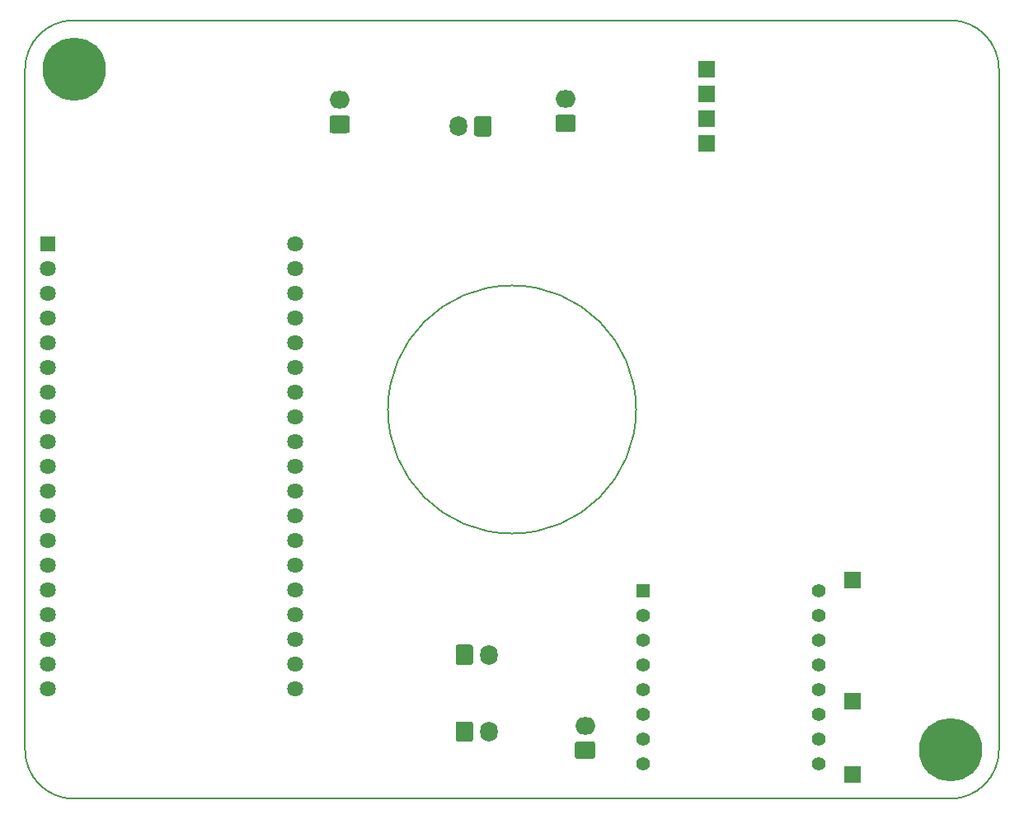
<source format=gbr>
%TF.GenerationSoftware,KiCad,Pcbnew,(5.1.6)-1*%
%TF.CreationDate,2021-02-27T16:35:54+01:00*%
%TF.ProjectId,07_LBAM_DFR,30375f4c-4241-44d5-9f44-46522e6b6963,rev?*%
%TF.SameCoordinates,Original*%
%TF.FileFunction,Soldermask,Bot*%
%TF.FilePolarity,Negative*%
%FSLAX46Y46*%
G04 Gerber Fmt 4.6, Leading zero omitted, Abs format (unit mm)*
G04 Created by KiCad (PCBNEW (5.1.6)-1) date 2021-02-27 16:35:54*
%MOMM*%
%LPD*%
G01*
G04 APERTURE LIST*
%TA.AperFunction,Profile*%
%ADD10C,0.150000*%
%TD*%
%ADD11C,1.630000*%
%ADD12R,1.630000X1.630000*%
%ADD13C,0.900000*%
%ADD14C,6.500000*%
%ADD15C,1.408000*%
%ADD16R,1.408000X1.408000*%
%ADD17O,1.800000X2.100000*%
%ADD18O,2.100000X1.800000*%
%ADD19R,1.800000X1.800000*%
G04 APERTURE END LIST*
D10*
X162747549Y-105000000D02*
G75*
G03*
X162747549Y-105000000I-12747549J0D01*
G01*
X180000000Y-65000000D02*
X195000000Y-65000000D01*
X157000000Y-65000000D02*
X180000000Y-65000000D01*
X195000000Y-65000000D02*
G75*
G02*
X200000000Y-70000000I0J-5000000D01*
G01*
X200000000Y-140000000D02*
G75*
G02*
X195000000Y-145000000I-5000000J0D01*
G01*
X105000000Y-145000000D02*
G75*
G02*
X100000000Y-140000000I0J5000000D01*
G01*
X100000000Y-70000000D02*
G75*
G02*
X105000000Y-65000000I5000000J0D01*
G01*
X100000000Y-140000000D02*
X100000000Y-70000000D01*
X195000000Y-145000000D02*
X105000000Y-145000000D01*
X200000000Y-70000000D02*
X200000000Y-140000000D01*
X105000000Y-65000000D02*
X157000000Y-65000000D01*
D11*
%TO.C,U2*%
X127700000Y-87950000D03*
X127700000Y-90490000D03*
X127700000Y-93030000D03*
X127700000Y-95570000D03*
X127700000Y-98110000D03*
X127700000Y-100650000D03*
X127700000Y-103190000D03*
X127700000Y-105730000D03*
X127700000Y-108270000D03*
X127700000Y-110810000D03*
X127700000Y-113350000D03*
X127700000Y-115890000D03*
X127700000Y-118430000D03*
X127700000Y-120970000D03*
X127700000Y-123510000D03*
X127700000Y-126050000D03*
X127700000Y-128590000D03*
X127700000Y-131130000D03*
X127700000Y-133670000D03*
X102300000Y-133670000D03*
X102300000Y-131130000D03*
X102300000Y-128590000D03*
X102300000Y-126050000D03*
X102300000Y-123510000D03*
X102300000Y-120970000D03*
X102300000Y-118430000D03*
X102300000Y-115890000D03*
X102300000Y-113350000D03*
X102300000Y-110810000D03*
X102300000Y-108270000D03*
X102300000Y-105730000D03*
X102300000Y-103190000D03*
X102300000Y-100650000D03*
X102300000Y-98110000D03*
X102300000Y-95570000D03*
X102300000Y-93030000D03*
X102300000Y-90490000D03*
D12*
X102300000Y-87950000D03*
%TD*%
D13*
%TO.C,H3*%
X196697056Y-138302944D03*
X195000000Y-137600000D03*
X193302944Y-138302944D03*
X192600000Y-140000000D03*
X193302944Y-141697056D03*
X195000000Y-142400000D03*
X196697056Y-141697056D03*
X197400000Y-140000000D03*
D14*
X195000000Y-140000000D03*
%TD*%
D13*
%TO.C,H1*%
X106697056Y-68302944D03*
X105000000Y-67600000D03*
X103302944Y-68302944D03*
X102600000Y-70000000D03*
X103302944Y-71697056D03*
X105000000Y-72400000D03*
X106697056Y-71697056D03*
X107400000Y-70000000D03*
D14*
X105000000Y-70000000D03*
%TD*%
D15*
%TO.C,U1*%
X181517000Y-141390000D03*
X163483000Y-141390000D03*
X181517000Y-123610000D03*
D16*
X163483000Y-123610000D03*
D15*
X181517000Y-138850000D03*
X163483000Y-138850000D03*
X181517000Y-126150000D03*
X163483000Y-126150000D03*
X181517000Y-136310000D03*
X181517000Y-128690000D03*
X163483000Y-128690000D03*
X163483000Y-136310000D03*
X181517000Y-133770000D03*
X181517000Y-131230000D03*
X163483000Y-133770000D03*
X163483000Y-131230000D03*
%TD*%
D17*
%TO.C,J18*%
X147600000Y-130200000D03*
G36*
G01*
X144200000Y-130985294D02*
X144200000Y-129414706D01*
G75*
G02*
X144464706Y-129150000I264706J0D01*
G01*
X145735294Y-129150000D01*
G75*
G02*
X146000000Y-129414706I0J-264706D01*
G01*
X146000000Y-130985294D01*
G75*
G02*
X145735294Y-131250000I-264706J0D01*
G01*
X144464706Y-131250000D01*
G75*
G02*
X144200000Y-130985294I0J264706D01*
G01*
G37*
%TD*%
%TO.C,J26*%
X147600000Y-138100000D03*
G36*
G01*
X144200000Y-138885294D02*
X144200000Y-137314706D01*
G75*
G02*
X144464706Y-137050000I264706J0D01*
G01*
X145735294Y-137050000D01*
G75*
G02*
X146000000Y-137314706I0J-264706D01*
G01*
X146000000Y-138885294D01*
G75*
G02*
X145735294Y-139150000I-264706J0D01*
G01*
X144464706Y-139150000D01*
G75*
G02*
X144200000Y-138885294I0J264706D01*
G01*
G37*
%TD*%
D18*
%TO.C,J27*%
X155500000Y-73100000D03*
G36*
G01*
X156285294Y-76500000D02*
X154714706Y-76500000D01*
G75*
G02*
X154450000Y-76235294I0J264706D01*
G01*
X154450000Y-74964706D01*
G75*
G02*
X154714706Y-74700000I264706J0D01*
G01*
X156285294Y-74700000D01*
G75*
G02*
X156550000Y-74964706I0J-264706D01*
G01*
X156550000Y-76235294D01*
G75*
G02*
X156285294Y-76500000I-264706J0D01*
G01*
G37*
%TD*%
D17*
%TO.C,J9*%
X144500000Y-75900000D03*
G36*
G01*
X147900000Y-75114706D02*
X147900000Y-76685294D01*
G75*
G02*
X147635294Y-76950000I-264706J0D01*
G01*
X146364706Y-76950000D01*
G75*
G02*
X146100000Y-76685294I0J264706D01*
G01*
X146100000Y-75114706D01*
G75*
G02*
X146364706Y-74850000I264706J0D01*
G01*
X147635294Y-74850000D01*
G75*
G02*
X147900000Y-75114706I0J-264706D01*
G01*
G37*
%TD*%
D18*
%TO.C,J4*%
X132300000Y-73200000D03*
G36*
G01*
X133085294Y-76600000D02*
X131514706Y-76600000D01*
G75*
G02*
X131250000Y-76335294I0J264706D01*
G01*
X131250000Y-75064706D01*
G75*
G02*
X131514706Y-74800000I264706J0D01*
G01*
X133085294Y-74800000D01*
G75*
G02*
X133350000Y-75064706I0J-264706D01*
G01*
X133350000Y-76335294D01*
G75*
G02*
X133085294Y-76600000I-264706J0D01*
G01*
G37*
%TD*%
D19*
%TO.C,J1*%
X185000000Y-122500000D03*
%TD*%
%TO.C,J2*%
X185000000Y-142500000D03*
%TD*%
%TO.C,J3*%
X185000000Y-135000000D03*
%TD*%
%TO.C,J5*%
G36*
G01*
X158285294Y-140900000D02*
X156714706Y-140900000D01*
G75*
G02*
X156450000Y-140635294I0J264706D01*
G01*
X156450000Y-139364706D01*
G75*
G02*
X156714706Y-139100000I264706J0D01*
G01*
X158285294Y-139100000D01*
G75*
G02*
X158550000Y-139364706I0J-264706D01*
G01*
X158550000Y-140635294D01*
G75*
G02*
X158285294Y-140900000I-264706J0D01*
G01*
G37*
D18*
X157500000Y-137500000D03*
%TD*%
D19*
%TO.C,U4*%
X170000000Y-70000000D03*
X170000000Y-72540000D03*
X170000000Y-75080000D03*
X170000000Y-77620000D03*
%TD*%
M02*

</source>
